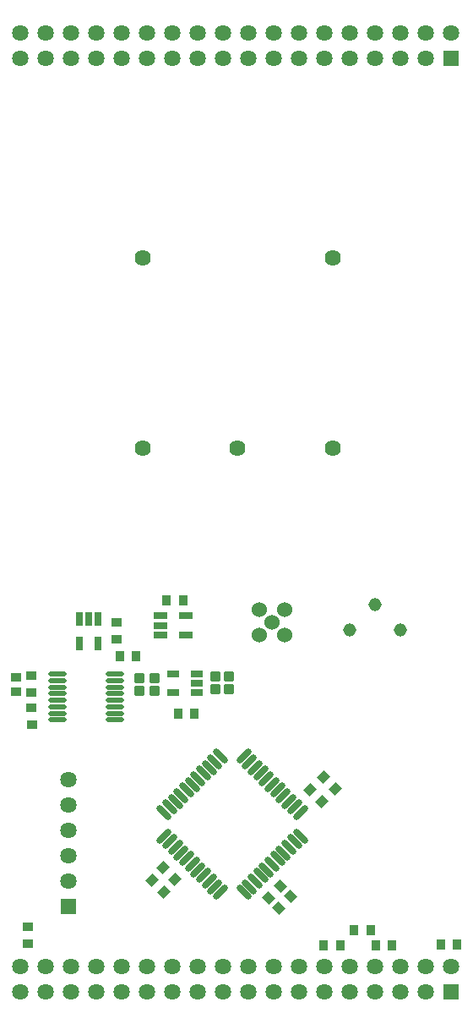
<source format=gts>
G04*
G04 #@! TF.GenerationSoftware,Altium Limited,Altium Designer,21.8.1 (53)*
G04*
G04 Layer_Color=8388736*
%FSLAX25Y25*%
%MOIN*%
G70*
G04*
G04 #@! TF.SameCoordinates,FEA55363-24F4-4A60-B236-1B38E07B82BE*
G04*
G04*
G04 #@! TF.FilePolarity,Negative*
G04*
G01*
G75*
%ADD15R,0.04043X0.03650*%
G04:AMPARAMS|DCode=16|XSize=26.65mil|YSize=73.9mil|CornerRadius=0mil|HoleSize=0mil|Usage=FLASHONLY|Rotation=315.000|XOffset=0mil|YOffset=0mil|HoleType=Round|Shape=Round|*
%AMOVALD16*
21,1,0.04724,0.02665,0.00000,0.00000,45.0*
1,1,0.02665,-0.01670,-0.01670*
1,1,0.02665,0.01670,0.01670*
%
%ADD16OVALD16*%

G04:AMPARAMS|DCode=17|XSize=26.65mil|YSize=73.9mil|CornerRadius=0mil|HoleSize=0mil|Usage=FLASHONLY|Rotation=45.000|XOffset=0mil|YOffset=0mil|HoleType=Round|Shape=Round|*
%AMOVALD17*
21,1,0.04724,0.02665,0.00000,0.00000,135.0*
1,1,0.02665,0.01670,-0.01670*
1,1,0.02665,-0.01670,0.01670*
%
%ADD17OVALD17*%

%ADD18R,0.03650X0.04043*%
G04:AMPARAMS|DCode=19|XSize=40.43mil|YSize=36.5mil|CornerRadius=0mil|HoleSize=0mil|Usage=FLASHONLY|Rotation=225.000|XOffset=0mil|YOffset=0mil|HoleType=Round|Shape=Rectangle|*
%AMROTATEDRECTD19*
4,1,4,0.00139,0.02720,0.02720,0.00139,-0.00139,-0.02720,-0.02720,-0.00139,0.00139,0.02720,0.0*
%
%ADD19ROTATEDRECTD19*%

G04:AMPARAMS|DCode=20|XSize=40.43mil|YSize=36.5mil|CornerRadius=0mil|HoleSize=0mil|Usage=FLASHONLY|Rotation=135.000|XOffset=0mil|YOffset=0mil|HoleType=Round|Shape=Rectangle|*
%AMROTATEDRECTD20*
4,1,4,0.02720,-0.00139,0.00139,-0.02720,-0.02720,0.00139,-0.00139,0.02720,0.02720,-0.00139,0.0*
%
%ADD20ROTATEDRECTD20*%

%ADD21R,0.05224X0.02862*%
%ADD22R,0.02862X0.05224*%
%ADD23O,0.07193X0.01878*%
G04:AMPARAMS|DCode=24|XSize=42.4mil|YSize=42.4mil|CornerRadius=11.85mil|HoleSize=0mil|Usage=FLASHONLY|Rotation=0.000|XOffset=0mil|YOffset=0mil|HoleType=Round|Shape=RoundedRectangle|*
%AMROUNDEDRECTD24*
21,1,0.04240,0.01870,0,0,0.0*
21,1,0.01870,0.04240,0,0,0.0*
1,1,0.02370,0.00935,-0.00935*
1,1,0.02370,-0.00935,-0.00935*
1,1,0.02370,-0.00935,0.00935*
1,1,0.02370,0.00935,0.00935*
%
%ADD24ROUNDEDRECTD24*%
%ADD25R,0.04831X0.02862*%
%ADD26R,0.06406X0.06406*%
%ADD27C,0.06406*%
%ADD28C,0.05185*%
%ADD29C,0.06012*%
%ADD30C,0.06378*%
%ADD31R,0.06406X0.06406*%
D15*
X16000Y-135228D02*
D03*
X15961Y-128693D02*
D03*
X17500Y-42272D02*
D03*
X17539Y-48807D02*
D03*
X51000Y-15228D02*
D03*
X50961Y-8693D02*
D03*
X11500Y-35756D02*
D03*
Y-30244D02*
D03*
X17500Y-36228D02*
D03*
X17461Y-29693D02*
D03*
D16*
X103500Y-63500D02*
D03*
X105727Y-65727D02*
D03*
X107954Y-67954D02*
D03*
X110181Y-70181D02*
D03*
X112408Y-72408D02*
D03*
X114636Y-74635D02*
D03*
X116863Y-76863D02*
D03*
X119090Y-79090D02*
D03*
X121317Y-81317D02*
D03*
X123544Y-83544D02*
D03*
X92086Y-115002D02*
D03*
X89859Y-112775D02*
D03*
X87632Y-110548D02*
D03*
X85405Y-108321D02*
D03*
X83178Y-106093D02*
D03*
X80950Y-103866D02*
D03*
X78723Y-101639D02*
D03*
X76496Y-99412D02*
D03*
X74269Y-97185D02*
D03*
X72042Y-94958D02*
D03*
X69815Y-92731D02*
D03*
X101273Y-61273D02*
D03*
D17*
X123544Y-92731D02*
D03*
X121317Y-94958D02*
D03*
X119090Y-97185D02*
D03*
X116863Y-99412D02*
D03*
X114636Y-101639D02*
D03*
X112408Y-103866D02*
D03*
X110181Y-106093D02*
D03*
X107954Y-108321D02*
D03*
X105727Y-110548D02*
D03*
X103500Y-112775D02*
D03*
X101273Y-115002D02*
D03*
X69815Y-83544D02*
D03*
X72042Y-81317D02*
D03*
X74269Y-79090D02*
D03*
X76496Y-76863D02*
D03*
X78723Y-74635D02*
D03*
X80950Y-72408D02*
D03*
X83178Y-70181D02*
D03*
X85405Y-67954D02*
D03*
X87632Y-65727D02*
D03*
X89859Y-63500D02*
D03*
X92086Y-61273D02*
D03*
D18*
X144693Y-130039D02*
D03*
X151228Y-130000D02*
D03*
X185500Y-135500D02*
D03*
X178965Y-135539D02*
D03*
X132772Y-136000D02*
D03*
X139307Y-135961D02*
D03*
X159807D02*
D03*
X153272Y-136000D02*
D03*
X75272Y-44500D02*
D03*
X81807Y-44461D02*
D03*
X77228Y0D02*
D03*
X70693Y-39D02*
D03*
X52272Y-22000D02*
D03*
X58807Y-21961D02*
D03*
D19*
X69548Y-114730D02*
D03*
X64899Y-110136D02*
D03*
X137366Y-74311D02*
D03*
X132717Y-69717D02*
D03*
X127217Y-74717D02*
D03*
X131866Y-79311D02*
D03*
X69217Y-105217D02*
D03*
X73866Y-109811D02*
D03*
D20*
X115189Y-121366D02*
D03*
X119783Y-116717D02*
D03*
X115783Y-112717D02*
D03*
X111189Y-117366D02*
D03*
D21*
X68500Y-6000D02*
D03*
Y-9740D02*
D03*
Y-13480D02*
D03*
X78342D02*
D03*
Y-6000D02*
D03*
D22*
X43740Y-7079D02*
D03*
X40000D02*
D03*
X36260D02*
D03*
Y-16921D02*
D03*
X43740D02*
D03*
D23*
X50221Y-46957D02*
D03*
Y-44398D02*
D03*
Y-41839D02*
D03*
Y-39279D02*
D03*
Y-36720D02*
D03*
Y-34161D02*
D03*
Y-31602D02*
D03*
Y-29043D02*
D03*
X27779Y-46957D02*
D03*
Y-44398D02*
D03*
Y-41839D02*
D03*
Y-39279D02*
D03*
Y-36720D02*
D03*
Y-34161D02*
D03*
Y-31602D02*
D03*
Y-29043D02*
D03*
D24*
X66000Y-30539D02*
D03*
Y-35461D02*
D03*
X90000Y-34961D02*
D03*
Y-30039D02*
D03*
X95500D02*
D03*
Y-34961D02*
D03*
X60000Y-35421D02*
D03*
Y-30500D02*
D03*
D25*
X82724Y-36240D02*
D03*
Y-32500D02*
D03*
Y-28760D02*
D03*
X73276D02*
D03*
Y-36240D02*
D03*
D26*
X32000Y-120500D02*
D03*
D27*
Y-110500D02*
D03*
Y-100500D02*
D03*
Y-90500D02*
D03*
Y-80500D02*
D03*
Y-70500D02*
D03*
X13177Y223874D02*
D03*
Y213874D02*
D03*
X23177Y223874D02*
D03*
Y213874D02*
D03*
X33177Y223874D02*
D03*
Y213874D02*
D03*
X43177Y223874D02*
D03*
Y213874D02*
D03*
X53177Y223874D02*
D03*
Y213874D02*
D03*
X63177Y223874D02*
D03*
Y213874D02*
D03*
X73177Y223874D02*
D03*
Y213874D02*
D03*
X83177Y223874D02*
D03*
Y213874D02*
D03*
X93177Y223874D02*
D03*
Y213874D02*
D03*
X103177Y223874D02*
D03*
Y213874D02*
D03*
X113177Y223874D02*
D03*
Y213874D02*
D03*
X123177Y223874D02*
D03*
Y213874D02*
D03*
X133177Y223874D02*
D03*
Y213874D02*
D03*
X143177Y223874D02*
D03*
Y213874D02*
D03*
X153177Y223874D02*
D03*
Y213874D02*
D03*
X163177Y223874D02*
D03*
Y213874D02*
D03*
X173177Y223874D02*
D03*
Y213874D02*
D03*
X183177Y223874D02*
D03*
X13177Y-144079D02*
D03*
Y-154079D02*
D03*
X23177Y-144079D02*
D03*
Y-154079D02*
D03*
X33177Y-144079D02*
D03*
Y-154079D02*
D03*
X43177Y-144079D02*
D03*
Y-154079D02*
D03*
X53177Y-144079D02*
D03*
Y-154079D02*
D03*
X63177Y-144079D02*
D03*
Y-154079D02*
D03*
X73177Y-144079D02*
D03*
Y-154079D02*
D03*
X83177Y-144079D02*
D03*
Y-154079D02*
D03*
X93177Y-144079D02*
D03*
Y-154079D02*
D03*
X103177Y-144079D02*
D03*
Y-154079D02*
D03*
X113177Y-144079D02*
D03*
Y-154079D02*
D03*
X123177Y-144079D02*
D03*
Y-154079D02*
D03*
X133177Y-144079D02*
D03*
Y-154079D02*
D03*
X143177Y-144079D02*
D03*
Y-154079D02*
D03*
X153177Y-144079D02*
D03*
Y-154079D02*
D03*
X163177Y-144079D02*
D03*
Y-154079D02*
D03*
X173177Y-144079D02*
D03*
Y-154079D02*
D03*
X183177Y-144079D02*
D03*
D28*
X163000Y-11500D02*
D03*
X153000Y-1500D02*
D03*
X143000Y-11500D02*
D03*
D29*
X107500Y-13500D02*
D03*
Y-3500D02*
D03*
X117500D02*
D03*
Y-13500D02*
D03*
X112500Y-8500D02*
D03*
D30*
X61252Y60248D02*
D03*
X98752D02*
D03*
X136252D02*
D03*
Y135248D02*
D03*
X61252D02*
D03*
D31*
X183177Y213874D02*
D03*
Y-154079D02*
D03*
M02*

</source>
